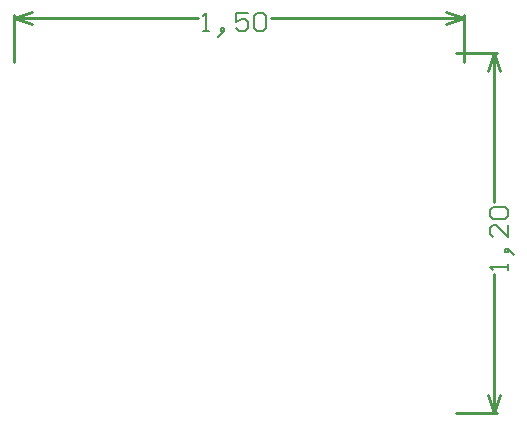
<source format=gm1>
G04*
G04 #@! TF.GenerationSoftware,Altium Limited,Altium Designer,18.1.7 (191)*
G04*
G04 Layer_Color=16711935*
%FSLAX25Y25*%
%MOIN*%
G70*
G01*
G75*
%ADD17C,0.00600*%
%ADD49C,0.01000*%
D17*
X57903Y72301D02*
X59903D01*
X58903D01*
Y78299D01*
X57903Y77300D01*
X63901Y71302D02*
X64901Y72301D01*
Y73301D01*
X63901D01*
Y72301D01*
X64901D01*
X63901Y71302D01*
X62902Y70302D01*
X72899Y78299D02*
X68900D01*
Y75300D01*
X70899Y76300D01*
X71899D01*
X72899Y75300D01*
Y73301D01*
X71899Y72301D01*
X69899D01*
X68900Y73301D01*
X74898Y77300D02*
X75898Y78299D01*
X77897D01*
X78897Y77300D01*
Y73301D01*
X77897Y72301D01*
X75898D01*
X74898Y73301D01*
Y77300D01*
X159599Y-7097D02*
Y-5097D01*
Y-6097D01*
X153601D01*
X154600Y-7097D01*
X160598Y-1099D02*
X159599Y-99D01*
X158599D01*
Y-1099D01*
X159599D01*
Y-99D01*
X160598Y-1099D01*
X161598Y-2098D01*
X159599Y7898D02*
Y3900D01*
X155600Y7898D01*
X154600D01*
X153601Y6899D01*
Y4899D01*
X154600Y3900D01*
Y9898D02*
X153601Y10898D01*
Y12897D01*
X154600Y13897D01*
X158599D01*
X159599Y12897D01*
Y10898D01*
X158599Y9898D01*
X154600D01*
D49*
X-5000Y76900D02*
X1000Y78900D01*
X-5000Y76900D02*
X1000Y74900D01*
X139000D02*
X145000Y76900D01*
X139000Y78900D02*
X145000Y76900D01*
X-5000D02*
X56303D01*
X80497D02*
X145000D01*
X-5000Y62263D02*
Y77900D01*
X145000Y62263D02*
Y77900D01*
X153000Y-49000D02*
X155000Y-55000D01*
X157000Y-49000D01*
X155000Y65000D02*
X157000Y59000D01*
X153000D02*
X155000Y65000D01*
Y-55000D02*
Y-8697D01*
Y15497D02*
Y65000D01*
X142263Y-55000D02*
X156000D01*
X142263Y65000D02*
X156000D01*
M02*

</source>
